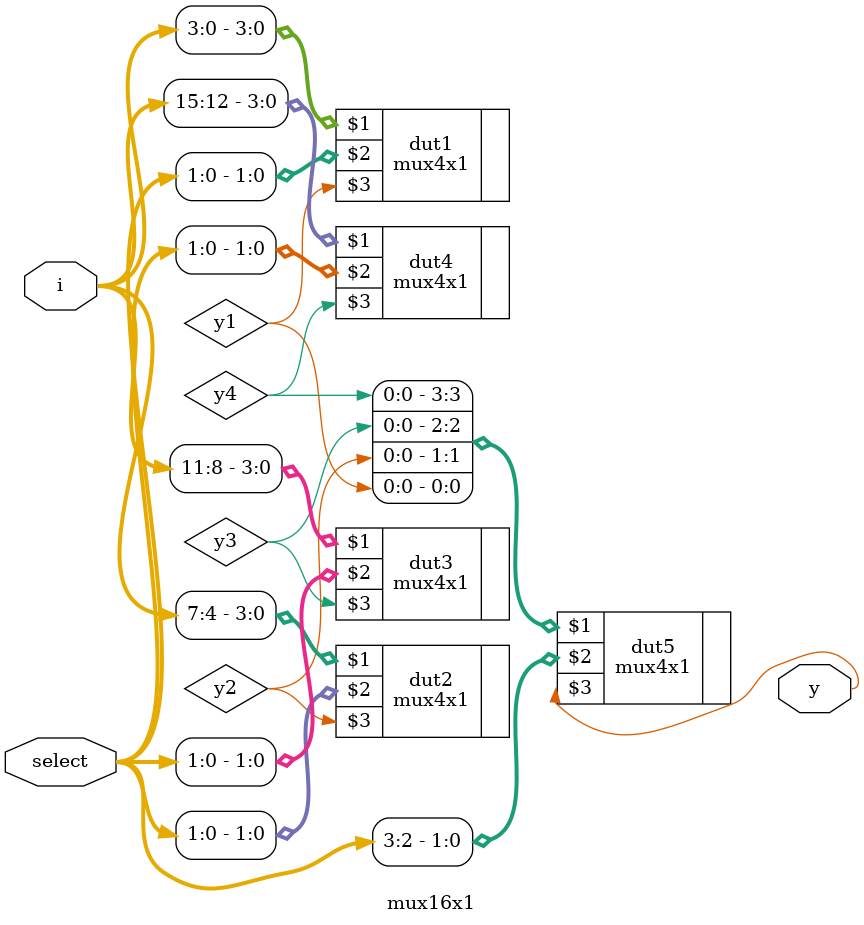
<source format=v>
module mux16x1( input [15:0] i,
                input [3:0] select,
               output y);
  
  
  // level 1
  mux4x1 dut1(i[3:0],select[1:0],y1);
  mux4x1 dut2(i[7:4],select[1:0],y2);
  mux4x1 dut3(i[11:8],select[1:0],y3);
  mux4x1 dut4(i[15:12],select[1:0],y4);
  
  //level 2
  
  mux4x1 dut5({y4,y3,y2,y1},select[3:2],y);
  
endmodule


</source>
